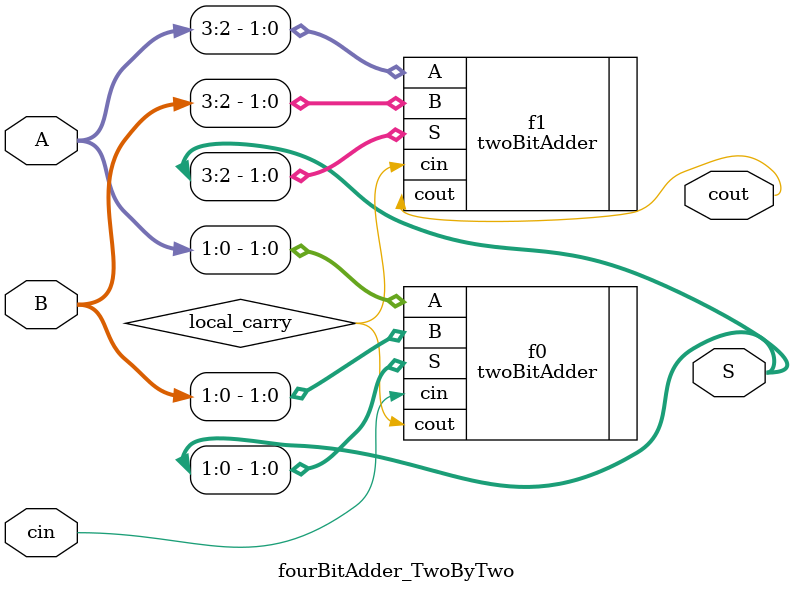
<source format=v>

module fourBitAdder_TwoByTwo(A, B, cin, S, cout);
input [3:0] A, B;
input cin;
output [3:0] S;
output cout;

wire local_carry;

twoBitAdder f0(
	.A(A[1:0]),
	.B(B[1:0]),
	.cin(cin),
	.S(S[1:0]),
	.cout(local_carry));
twoBitAdder f1(
	.A(A[3:2]),
	.B(B[3:2]),
	.cin(local_carry),
	.S(S[3:2]),
	.cout(cout));

endmodule
</source>
